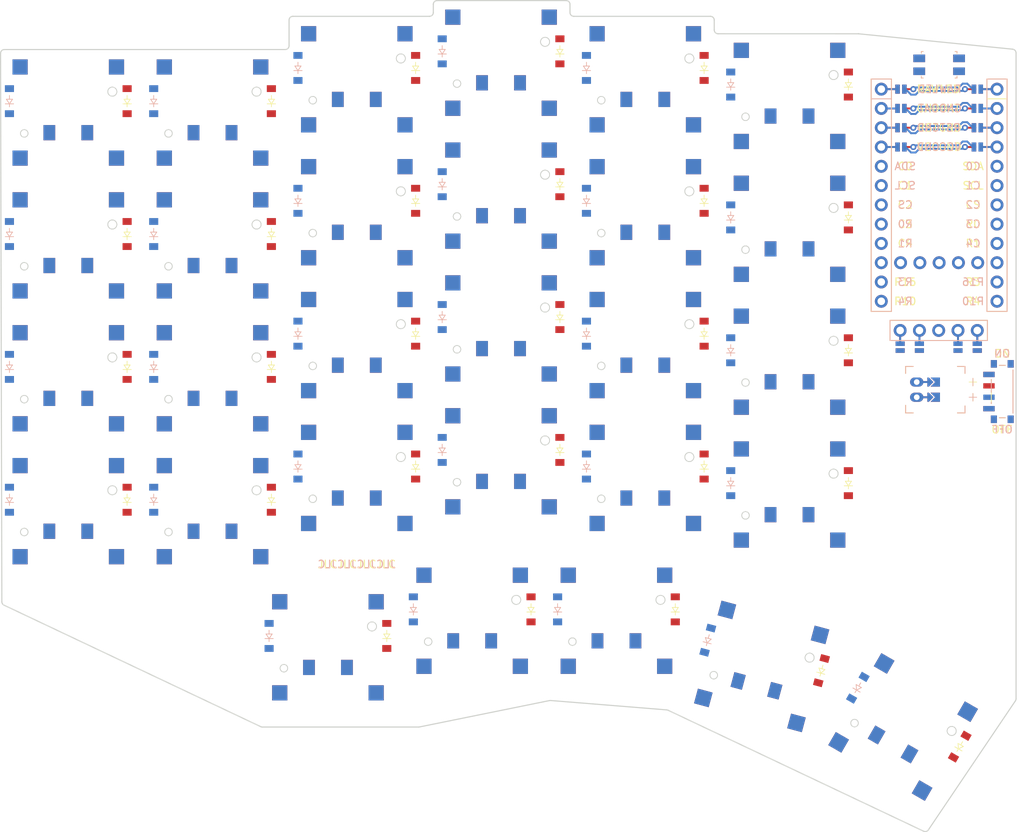
<source format=kicad_pcb>
(kicad_pcb (version 20240108) (generator "ergogen") (generator_version "4.1.0")
  (title_block (title "souffle_wireless") (date "2025-02-11") (rev "0.1") (company "fcoury (adapted from corney-island)"))
  (layers (0 "F.Cu" signal) (31 "B.Cu" signal) (34 "B.Paste" user) (35 "F.Paste" user) (36 "B.SilkS" user "B.Silkscreen") (37 "F.SilkS" user "F.Silkscreen") (38 "B.Mask" user) (39 "F.Mask" user) (44 "Edge.Cuts" user))
  (net 0 "")
  (net 1 "C0")
  (net 2 "outer_bottom_B")
  (net 3 "outer_home_B")
  (net 4 "outer_top_B")
  (net 5 "outer_number_B")
  (net 6 "C1")
  (net 7 "pinky_bottom_B")
  (net 8 "pinky_home_B")
  (net 9 "pinky_top_B")
  (net 10 "pinky_number_B")
  (net 11 "C2")
  (net 12 "ring_bottom_B")
  (net 13 "ring_home_B")
  (net 14 "ring_top_B")
  (net 15 "ring_number_B")
  (net 16 "C3")
  (net 17 "middle_bottom_B")
  (net 18 "middle_home_B")
  (net 19 "middle_top_B")
  (net 20 "middle_number_B")
  (net 21 "C4")
  (net 22 "index_bottom_B")
  (net 23 "index_home_B")
  (net 24 "index_top_B")
  (net 25 "index_number_B")
  (net 26 "C5")
  (net 27 "inner_bottom_B")
  (net 28 "inner_home_B")
  (net 29 "inner_top_B")
  (net 30 "inner_number_B")
  (net 31 "inward_home_B")
  (net 32 "mid_home_B")
  (net 33 "outward_home_B")
  (net 34 "extra_outward_home_B")
  (net 35 "big_outward_home_B")
  (net 36 "R3")
  (net 37 "R2")
  (net 38 "R1")
  (net 39 "R0")
  (net 40 "R4")
  (net 41 "outer_bottom_F")
  (net 42 "outer_home_F")
  (net 43 "outer_top_F")
  (net 44 "outer_number_F")
  (net 45 "pinky_bottom_F")
  (net 46 "pinky_home_F")
  (net 47 "pinky_top_F")
  (net 48 "pinky_number_F")
  (net 49 "ring_bottom_F")
  (net 50 "ring_home_F")
  (net 51 "ring_top_F")
  (net 52 "ring_number_F")
  (net 53 "middle_bottom_F")
  (net 54 "middle_home_F")
  (net 55 "middle_top_F")
  (net 56 "middle_number_F")
  (net 57 "index_bottom_F")
  (net 58 "index_home_F")
  (net 59 "index_top_F")
  (net 60 "index_number_F")
  (net 61 "inner_bottom_F")
  (net 62 "inner_home_F")
  (net 63 "inner_top_F")
  (net 64 "inner_number_F")
  (net 65 "inward_home_F")
  (net 66 "mid_home_F")
  (net 67 "outward_home_F")
  (net 68 "extra_outward_home_F")
  (net 69 "big_outward_home_F")
  (net 70 "RAW")
  (net 71 "GND")
  (net 72 "RST")
  (net 73 "VCC")
  (net 74 "P16")
  (net 75 "P10")
  (net 76 "LED")
  (net 77 "DAT")
  (net 78 "SDA")
  (net 79 "SCL")
  (net 80 "CS")
  (net 81 "P101")
  (net 82 "P102")
  (net 83 "P107")
  (net 84 "MCU1_24")
  (net 85 "MCU1_1")
  (net 86 "MCU1_23")
  (net 87 "MCU1_2")
  (net 88 "MCU1_22")
  (net 89 "MCU1_3")
  (net 90 "MCU1_21")
  (net 91 "MCU1_4")
  (net 92 "MCU1_20")
  (net 93 "MCU1_5")
  (net 94 "MCU1_19")
  (net 95 "MCU1_6")
  (net 96 "MCU1_18")
  (net 97 "MCU1_7")
  (net 98 "MCU1_17")
  (net 99 "MCU1_8")
  (net 100 "MCU1_16")
  (net 101 "MCU1_9")
  (net 102 "MCU1_15")
  (net 103 "MCU1_10")
  (net 104 "MCU1_14")
  (net 105 "MCU1_11")
  (net 106 "MCU1_13")
  (net 107 "MCU1_12")
  (net 108 "DISP1_1")
  (net 109 "DISP1_2")
  (net 110 "DISP1_4")
  (net 111 "DISP1_5")
  (net 112 "BAT_P")
  (net 113 "JST1_1")
  (net 114 "JST1_2")
  (footprint "ceoloide:mounting_hole_npth" (layer "F.Cu") (at 109.5 56.25 0)
    (property "Reference" "MH1" hide)
  )
  (footprint "ceoloide:mounting_hole_npth" (layer "F.Cu") (at 109.5 91.25 0)
    (property "Reference" "MH2" hide)
  )
  (footprint "ceoloide:mounting_hole_npth" (layer "F.Cu") (at 185.068 51.8235 0)
    (property "Reference" "MH3" hide)
  )
  (footprint "ceoloide:mounting_hole_npth" (layer "F.Cu") (at 185.068 86.8235 0)
    (property "Reference" "MH4" hide)
  )
  (footprint "ceoloide:mounting_hole_npth" (layer "F.Cu") (at 120.35699999999999 111.365 0)
    (property "Reference" "MH5" hide)
  )
  (footprint "CPG1316S01D02_mikeholscher" (layer "B.Cu") (at 100 100 0)
    (property "Reference" "S1" hide)
    (fp_circle (center -5.8 2.75) (end -5.3 2.75) (stroke (width 0.1)) (fill none) (layer "Edge.Cuts"))
    (fp_circle (center 5.8 -2.75) (end 6.4 -2.75) (stroke (width 0.1)) (fill none) (layer "Edge.Cuts"))
  )
  (footprint "CPG1316S01D02_mikeholscher" (layer "B.Cu") (at 100 82.5 0)
    (property "Reference" "S2" hide)
    (fp_circle (center -5.8 2.75) (end -5.3 2.75) (stroke (width 0.1)) (fill none) (layer "Edge.Cuts"))
    (fp_circle (center 5.8 -2.75) (end 6.4 -2.75) (stroke (width 0.1)) (fill none) (layer "Edge.Cuts"))
  )
  (footprint "CPG1316S01D02_mikeholscher" (layer "B.Cu") (at 100 65 0)
    (property "Reference" "S3" hide)
    (fp_circle (center -5.8 2.75) (end -5.3 2.75) (stroke (width 0.1)) (fill none) (layer "Edge.Cuts"))
    (fp_circle (center 5.8 -2.75) (end 6.4 -2.75) (stroke (width 0.1)) (fill none) (layer "Edge.Cuts"))
  )
  (footprint "CPG1316S01D02_mikeholscher" (layer "B.Cu") (at 100 47.5 0)
    (property "Reference" "S4" hide)
    (fp_circle (center -5.8 2.75) (end -5.3 2.75) (stroke (width 0.1)) (fill none) (layer "Edge.Cuts"))
    (fp_circle (center 5.8 -2.75) (end 6.4 -2.75) (stroke (width 0.1)) (fill none) (layer "Edge.Cuts"))
  )
  (footprint "CPG1316S01D02_mikeholscher" (layer "B.Cu") (at 119 100 0)
    (property "Reference" "S5" hide)
    (fp_circle (center -5.8 2.75) (end -5.3 2.75) (stroke (width 0.1)) (fill none) (layer "Edge.Cuts"))
    (fp_circle (center 5.8 -2.75) (end 6.4 -2.75) (stroke (width 0.1)) (fill none) (layer "Edge.Cuts"))
  )
  (footprint "CPG1316S01D02_mikeholscher" (layer "B.Cu") (at 119 82.5 0)
    (property "Reference" "S6" hide)
    (fp_circle (center -5.8 2.75) (end -5.3 2.75) (stroke (width 0.1)) (fill none) (layer "Edge.Cuts"))
    (fp_circle (center 5.8 -2.75) (end 6.4 -2.75) (stroke (width 0.1)) (fill none) (layer "Edge.Cuts"))
  )
  (footprint "CPG1316S01D02_mikeholscher" (layer "B.Cu") (at 119 65 0)
    (property "Reference" "S7" hide)
    (fp_circle (center -5.8 2.75) (end -5.3 2.75) (stroke (width 0.1)) (fill none) (layer "Edge.Cuts"))
    (fp_circle (center 5.8 -2.75) (end 6.4 -2.75) (stroke (width 0.1)) (fill none) (layer "Edge.Cuts"))
  )
  (footprint "CPG1316S01D02_mikeholscher" (layer "B.Cu") (at 119 47.5 0)
    (property "Reference" "S8" hide)
    (fp_circle (center -5.8 2.75) (end -5.3 2.75) (stroke (width 0.1)) (fill none) (layer "Edge.Cuts"))
    (fp_circle (center 5.8 -2.75) (end 6.4 -2.75) (stroke (width 0.1)) (fill none) (layer "Edge.Cuts"))
  )
  (footprint "CPG1316S01D02_mikeholscher" (layer "B.Cu") (at 138 95.625 0)
    (property "Reference" "S9" hide)
    (fp_circle (center -5.8 2.75) (end -5.3 2.75) (stroke (width 0.1)) (fill none) (layer "Edge.Cuts"))
    (fp_circle (center 5.8 -2.75) (end 6.4 -2.75) (stroke (width 0.1)) (fill none) (layer "Edge.Cuts"))
  )
  (footprint "CPG1316S01D02_mikeholscher" (layer "B.Cu") (at 138 78.125 0)
    (property "Reference" "S10" hide)
    (fp_circle (center -5.8 2.75) (end -5.3 2.75) (stroke (width 0.1)) (fill none) (layer "Edge.Cuts"))
    (fp_circle (center 5.8 -2.75) (end 6.4 -2.75) (stroke (width 0.1)) (fill none) (layer "Edge.Cuts"))
  )
  (footprint "CPG1316S01D02_mikeholscher" (layer "B.Cu") (at 138 60.625 0)
    (property "Reference" "S11" hide)
    (fp_circle (center -5.8 2.75) (end -5.3 2.75) (stroke (width 0.1)) (fill none) (layer "Edge.Cuts"))
    (fp_circle (center 5.8 -2.75) (end 6.4 -2.75) (stroke (width 0.1)) (fill none) (layer "Edge.Cuts"))
  )
  (footprint "CPG1316S01D02_mikeholscher" (layer "B.Cu") (at 138 43.125 0)
    (property "Reference" "S12" hide)
    (fp_circle (center -5.8 2.75) (end -5.3 2.75) (stroke (width 0.1)) (fill none) (layer "Edge.Cuts"))
    (fp_circle (center 5.8 -2.75) (end 6.4 -2.75) (stroke (width 0.1)) (fill none) (layer "Edge.Cuts"))
  )
  (footprint "CPG1316S01D02_mikeholscher" (layer "B.Cu") (at 157 93.4375 0)
    (property "Reference" "S13" hide)
    (fp_circle (center -5.8 2.75) (end -5.3 2.75) (stroke (width 0.1)) (fill none) (layer "Edge.Cuts"))
    (fp_circle (center 5.8 -2.75) (end 6.4 -2.75) (stroke (width 0.1)) (fill none) (layer "Edge.Cuts"))
  )
  (footprint "CPG1316S01D02_mikeholscher" (layer "B.Cu") (at 157 75.9375 0)
    (property "Reference" "S14" hide)
    (fp_circle (center -5.8 2.75) (end -5.3 2.75) (stroke (width 0.1)) (fill none) (layer "Edge.Cuts"))
    (fp_circle (center 5.8 -2.75) (end 6.4 -2.75) (stroke (width 0.1)) (fill none) (layer "Edge.Cuts"))
  )
  (footprint "CPG1316S01D02_mikeholscher" (layer "B.Cu") (at 157 58.4375 0)
    (property "Reference" "S15" hide)
    (fp_circle (center -5.8 2.75) (end -5.3 2.75) (stroke (width 0.1)) (fill none) (layer "Edge.Cuts"))
    (fp_circle (center 5.8 -2.75) (end 6.4 -2.75) (stroke (width 0.1)) (fill none) (layer "Edge.Cuts"))
  )
  (footprint "CPG1316S01D02_mikeholscher" (layer "B.Cu") (at 157 40.9375 0)
    (property "Reference" "S16" hide)
    (fp_circle (center -5.8 2.75) (end -5.3 2.75) (stroke (width 0.1)) (fill none) (layer "Edge.Cuts"))
    (fp_circle (center 5.8 -2.75) (end 6.4 -2.75) (stroke (width 0.1)) (fill none) (layer "Edge.Cuts"))
  )
  (footprint "CPG1316S01D02_mikeholscher" (layer "B.Cu") (at 176 95.625 0)
    (property "Reference" "S17" hide)
    (fp_circle (center -5.8 2.75) (end -5.3 2.75) (stroke (width 0.1)) (fill none) (layer "Edge.Cuts"))
    (fp_circle (center 5.8 -2.75) (end 6.4 -2.75) (stroke (width 0.1)) (fill none) (layer "Edge.Cuts"))
  )
  (footprint "CPG1316S01D02_mikeholscher" (layer "B.Cu") (at 176 78.125 0)
    (property "Reference" "S18" hide)
    (fp_circle (center -5.8 2.75) (end -5.3 2.75) (stroke (width 0.1)) (fill none) (layer "Edge.Cuts"))
    (fp_circle (center 5.8 -2.75) (end 6.4 -2.75) (stroke (width 0.1)) (fill none) (layer "Edge.Cuts"))
  )
  (footprint "CPG1316S01D02_mikeholscher" (layer "B.Cu") (at 176 60.625 0)
    (property "Reference" "S19" hide)
    (fp_circle (center -5.8 2.75) (end -5.3 2.75) (stroke (width 0.1)) (fill none) (layer "Edge.Cuts"))
    (fp_circle (center 5.8 -2.75) (end 6.4 -2.75) (stroke (width 0.1)) (fill none) (layer "Edge.Cuts"))
  )
  (footprint "CPG1316S01D02_mikeholscher" (layer "B.Cu") (at 176 43.125 0)
    (property "Reference" "S20" hide)
    (fp_circle (center -5.8 2.75) (end -5.3 2.75) (stroke (width 0.1)) (fill none) (layer "Edge.Cuts"))
    (fp_circle (center 5.8 -2.75) (end 6.4 -2.75) (stroke (width 0.1)) (fill none) (layer "Edge.Cuts"))
  )
  (footprint "CPG1316S01D02_mikeholscher" (layer "B.Cu") (at 195 97.8125 0)
    (property "Reference" "S21" hide)
    (fp_circle (center -5.8 2.75) (end -5.3 2.75) (stroke (width 0.1)) (fill none) (layer "Edge.Cuts"))
    (fp_circle (center 5.8 -2.75) (end 6.4 -2.75) (stroke (width 0.1)) (fill none) (layer "Edge.Cuts"))
  )
  (footprint "CPG1316S01D02_mikeholscher" (layer "B.Cu") (at 195 80.3125 0)
    (property "Reference" "S22" hide)
    (fp_circle (center -5.8 2.75) (end -5.3 2.75) (stroke (width 0.1)) (fill none) (layer "Edge.Cuts"))
    (fp_circle (center 5.8 -2.75) (end 6.4 -2.75) (stroke (width 0.1)) (fill none) (layer "Edge.Cuts"))
  )
  (footprint "CPG1316S01D02_mikeholscher" (layer "B.Cu") (at 195 62.8125 0)
    (property "Reference" "S23" hide)
    (fp_circle (center -5.8 2.75) (end -5.3 2.75) (stroke (width 0.1)) (fill none) (layer "Edge.Cuts"))
    (fp_circle (center 5.8 -2.75) (end 6.4 -2.75) (stroke (width 0.1)) (fill none) (layer "Edge.Cuts"))
  )
  (footprint "CPG1316S01D02_mikeholscher" (layer "B.Cu") (at 195 45.3125 0)
    (property "Reference" "S24" hide)
    (fp_circle (center -5.8 2.75) (end -5.3 2.75) (stroke (width 0.1)) (fill none) (layer "Edge.Cuts"))
    (fp_circle (center 5.8 -2.75) (end 6.4 -2.75) (stroke (width 0.1)) (fill none) (layer "Edge.Cuts"))
  )
  (footprint "CPG1316S01D02_mikeholscher" (layer "B.Cu") (at 134.2 117.9375 0)
    (property "Reference" "S25" hide)
    (fp_circle (center -5.8 2.75) (end -5.3 2.75) (stroke (width 0.1)) (fill none) (layer "Edge.Cuts"))
    (fp_circle (center 5.8 -2.75) (end 6.4 -2.75) (stroke (width 0.1)) (fill none) (layer "Edge.Cuts"))
  )
  (footprint "CPG1316S01D02_mikeholscher" (layer "B.Cu") (at 153.2 114.4375 0)
    (property "Reference" "S26" hide)
    (fp_circle (center -5.8 2.75) (end -5.3 2.75) (stroke (width 0.1)) (fill none) (layer "Edge.Cuts"))
    (fp_circle (center 5.8 -2.75) (end 6.4 -2.75) (stroke (width 0.1)) (fill none) (layer "Edge.Cuts"))
  )
  (footprint "CPG1316S01D02_mikeholscher" (layer "B.Cu") (at 172.2 114.4375 0)
    (property "Reference" "S27" hide)
    (fp_circle (center -5.8 2.75) (end -5.3 2.75) (stroke (width 0.1)) (fill none) (layer "Edge.Cuts"))
    (fp_circle (center 5.8 -2.75) (end 6.4 -2.75) (stroke (width 0.1)) (fill none) (layer "Edge.Cuts"))
  )
  (footprint "CPG1316S01D02_mikeholscher" (layer "B.Cu") (at 191.3294819 120.4539876 -15)
    (property "Reference" "S28" hide)
    (fp_circle (center -5.8 2.75) (end -5.3 2.75) (stroke (width 0.1)) (fill none) (layer "Edge.Cuts"))
    (fp_circle (center 5.8 -2.75) (end 6.4 -2.75) (stroke (width 0.1)) (fill none) (layer "Edge.Cuts"))
  )
  (footprint "CPG1316S01D02_mikeholscher" (layer "B.Cu") (at 209.9571424 128.4361508 -30)
    (property "Reference" "S29" hide)
    (fp_circle (center -5.8 2.75) (end -5.3 2.75) (stroke (width 0.1)) (fill none) (layer "Edge.Cuts"))
    (fp_circle (center 5.8 -2.75) (end 6.4 -2.75) (stroke (width 0.1)) (fill none) (layer "Edge.Cuts"))
  )
  (footprint "ceoloide:diode_tht_sod123" (layer "B.Cu") (at 92.25 98.5 90)
    (property "Reference" "D1" hide)
  )
  (footprint "ceoloide:diode_tht_sod123" (layer "B.Cu") (at 92.25 81 90)
    (property "Reference" "D2" hide)
  )
  (footprint "ceoloide:diode_tht_sod123" (layer "B.Cu") (at 92.25 63.5 90)
    (property "Reference" "D3" hide)
  )
  (footprint "ceoloide:diode_tht_sod123" (layer "B.Cu") (at 92.25 46 90)
    (property "Reference" "D4" hide)
  )
  (footprint "ceoloide:diode_tht_sod123" (layer "B.Cu") (at 111.25 98.5 90)
    (property "Reference" "D5" hide)
  )
  (footprint "ceoloide:diode_tht_sod123" (layer "B.Cu") (at 111.25 81 90)
    (property "Reference" "D6" hide)
  )
  (footprint "ceoloide:diode_tht_sod123" (layer "B.Cu") (at 111.25 63.5 90)
    (property "Reference" "D7" hide)
  )
  (footprint "ceoloide:diode_tht_sod123" (layer "B.Cu") (at 111.25 46 90)
    (property "Reference" "D8" hide)
  )
  (footprint "ceoloide:diode_tht_sod123" (layer "B.Cu") (at 130.25 94.125 90)
    (property "Reference" "D9" hide)
  )
  (footprint "ceoloide:diode_tht_sod123" (layer "B.Cu") (at 130.25 76.625 90)
    (property "Reference" "D10" hide)
  )
  (footprint "ceoloide:diode_tht_sod123" (layer "B.Cu") (at 130.25 59.125 90)
    (property "Reference" "D11" hide)
  )
  (footprint "ceoloide:diode_tht_sod123" (layer "B.Cu") (at 130.25 41.625 90)
    (property "Reference" "D12" hide)
  )
  (footprint "ceoloide:diode_tht_sod123" (layer "B.Cu") (at 149.25 91.9375 90)
    (property "Reference" "D13" hide)
  )
  (footprint "ceoloide:diode_tht_sod123" (layer "B.Cu") (at 149.25 74.4375 90)
    (property "Reference" "D14" hide)
  )
  (footprint "ceoloide:diode_tht_sod123" (layer "B.Cu") (at 149.25 56.9375 90)
    (property "Reference" "D15" hide)
  )
  (footprint "ceoloide:diode_tht_sod123" (layer "B.Cu") (at 149.25 39.4375 90)
    (property "Reference" "D16" hide)
  )
  (footprint "ceoloide:diode_tht_sod123" (layer "B.Cu") (at 168.25 94.125 90)
    (property "Reference" "D17" hide)
  )
  (footprint "ceoloide:diode_tht_sod123" (layer "B.Cu") (at 168.25 76.625 90)
    (property "Reference" "D18" hide)
  )
  (footprint "ceoloide:diode_tht_sod123" (layer "B.Cu") (at 168.25 59.125 90)
    (property "Reference" "D19" hide)
  )
  (footprint "ceoloide:diode_tht_sod123" (layer "B.Cu") (at 168.25 41.625 90)
    (property "Reference" "D20" hide)
  )
  (footprint "ceoloide:diode_tht_sod123" (layer "B.Cu") (at 187.25 96.3125 90)
    (property "Reference" "D21" hide)
  )
  (footprint "ceoloide:diode_tht_sod123" (layer "B.Cu") (at 187.25 78.8125 90)
    (property "Reference" "D22" hide)
  )
  (footprint "ceoloide:diode_tht_sod123" (layer "B.Cu") (at 187.25 61.3125 90)
    (property "Reference" "D23" hide)
  )
  (footprint "ceoloide:diode_tht_sod123" (layer "B.Cu") (at 187.25 43.8125 90)
    (property "Reference" "D24" hide)
  )
  (footprint "ceoloide:diode_tht_sod123" (layer "B.Cu") (at 126.44999999999999 116.4375 90)
    (property "Reference" "D25" hide)
  )
  (footprint "ceoloide:diode_tht_sod123" (layer "B.Cu") (at 145.45 112.9375 90)
    (property "Reference" "D26" hide)
  )
  (footprint "ceoloide:diode_tht_sod123" (layer "B.Cu") (at 164.45 112.9375 90)
    (property "Reference" "D27" hide)
  )
  (footprint "ceoloide:diode_tht_sod123" (layer "B.Cu") (at 184.23178529999998 116.99925130000001 75)
    (property "Reference" "D28" hide)
  )
  (footprint "ceoloide:diode_tht_sod123" (layer "B.Cu") (at 203.99544550000002 123.2621127 60)
    (property "Reference" "D29" hide)
  )
  (footprint "CPG1316S01D02_mikeholscher" (layer "F.Cu") (at 100 100 0)
    (property "Reference" "S30" hide)
    (fp_circle (center -5.8 2.75) (end -5.3 2.75) (stroke (width 0.1)) (fill none) (layer "Edge.Cuts"))
    (fp_circle (center 5.8 -2.75) (end 6.4 -2.75) (stroke (width 0.1)) (fill none) (layer "Edge.Cuts"))
  )
  (footprint "CPG1316S01D02_mikeholscher" (layer "F.Cu") (at 100 82.5 0)
    (property "Reference" "S31" hide)
    (fp_circle (center -5.8 2.75) (end -5.3 2.75) (stroke (width 0.1)) (fill none) (layer "Edge.Cuts"))
    (fp_circle (center 5.8 -2.75) (end 6.4 -2.75) (stroke (width 0.1)) (fill none) (layer "Edge.Cuts"))
  )
  (footprint "CPG1316S01D02_mikeholscher" (layer "F.Cu") (at 100 65 0)
    (property "Reference" "S32" hide)
    (fp_circle (center -5.8 2.75) (end -5.3 2.75) (stroke (width 0.1)) (fill none) (layer "Edge.Cuts"))
    (fp_circle (center 5.8 -2.75) (end 6.4 -2.75) (stroke (width 0.1)) (fill none) (layer "Edge.Cuts"))
  )
  (footprint "CPG1316S01D02_mikeholscher" (layer "F.Cu") (at 100 47.5 0)
    (property "Reference" "S33" hide)
    (fp_circle (center -5.8 2.75) (end -5.3 2.75) (stroke (width 0.1)) (fill none) (layer "Edge.Cuts"))
    (fp_circle (center 5.8 -2.75) (end 6.4 -2.75) (stroke (width 0.1)) (fill none) (layer "Edge.Cuts"))
  )
  (footprint "CPG1316S01D02_mikeholscher" (layer "F.Cu") (at 119 100 0)
    (property "Reference" "S34" hide)
    (fp_circle (center -5.8 2.75) (end -5.3 2.75) (stroke (width 0.1)) (fill none) (layer "Edge.Cuts"))
    (fp_circle (center 5.8 -2.75) (end 6.4 -2.75) (stroke (width 0.1)) (fill none) (layer "Edge.Cuts"))
  )
  (footprint "CPG1316S01D02_mikeholscher" (layer "F.Cu") (at 119 82.5 0)
    (property "Reference" "S35" hide)
    (fp_circle (center -5.8 2.75) (end -5.3 2.75) (stroke (width 0.1)) (fill none) (layer "Edge.Cuts"))
    (fp_circle (center 5.8 -2.75) (end 6.4 -2.75) (stroke (width 0.1)) (fill none) (layer "Edge.Cuts"))
  )
  (footprint "CPG1316S01D02_mikeholscher" (layer "F.Cu") (at 119 65 0)
    (property "Reference" "S36" hide)
    (fp_circle (center -5.8 2.75) (end -5.3 2.75) (stroke (width 0.1)) (fill none) (layer "Edge.Cuts"))
    (fp_circle (center 5.8 -2.75) (end 6.4 -2.75) (stroke (width 0.1)) (fill none) (layer "Edge.Cuts"))
  )
  (footprint "CPG1316S01D02_mikeholscher" (layer "F.Cu") (at 119 47.5 0)
    (property "Reference" "S37" hide)
    (fp_circle (center -5.8 2.75) (end -5.3 2.75) (stroke (width 0.1)) (fill none) (layer "Edge.Cuts"))
    (fp_circle (center 5.8 -2.75) (end 6.4 -2.75) (stroke (width 0.1)) (fill none) (layer "Edge.Cuts"))
  )
  (footprint "CPG1316S01D02_mikeholscher" (layer "F.Cu") (at 138 95.625 0)
    (property "Reference" "S38" hide)
    (fp_circle (center -5.8 2.75) (end -5.3 2.75) (stroke (width 0.1)) (fill none) (layer "Edge.Cuts"))
    (fp_circle (center 5.8 -2.75) (end 6.4 -2.75) (stroke (width 0.1)) (fill none) (layer "Edge.Cuts"))
  )
  (footprint "CPG1316S01D02_mikeholscher" (layer "F.Cu") (at 138 78.125 0)
    (property "Reference" "S39" hide)
    (fp_circle (center -5.8 2.75) (end -5.3 2.75) (stroke (width 0.1)) (fill none) (layer "Edge.Cuts"))
    (fp_circle (center 5.8 -2.75) (end 6.4 -2.75) (stroke (width 0.1)) (fill none) (layer "Edge.Cuts"))
  )
  (footprint "CPG1316S01D02_mikeholscher" (layer "F.Cu") (at 138 60.625 0)
    (property "Reference" "S40" hide)
    (fp_circle (center -5.8 2.75) (end -5.3 2.75) (stroke (width 0.1)) (fill none) (layer "Edge.Cuts"))
    (fp_circle (center 5.8 -2.75) (end 6.4 -2.75) (stroke (width 0.1)) (fill none) (layer "Edge.Cuts"))
  )
  (footprint "CPG1316S01D02_mikeholscher" (layer "F.Cu") (at 138 43.125 0)
    (property "Reference" "S41" hide)
    (fp_circle (center -5.8 2.75) (end -5.3 2.75) (stroke (width 0.1)) (fill none) (layer "Edge.Cuts"))
    (fp_circle (center 5.8 -2.75) (end 6.4 -2.75) (stroke (width 0.1)) (fill none) (layer "Edge.Cuts"))
  )
  (footprint "CPG1316S01D02_mikeholscher" (layer "F.Cu") (at 157 93.4375 0)
    (property "Reference" "S42" hide)
    (fp_circle (center -5.8 2.75) (end -5.3 2.75) (stroke (width 0.1)) (fill none) (layer "Edge.Cuts"))
    (fp_circle (center 5.8 -2.75) (end 6.4 -2.75) (stroke (width 0.1)) (fill none) (layer "Edge.Cuts"))
  )
  (footprint "CPG1316S01D02_mikeholscher" (layer "F.Cu") (at 157 75.9375 0)
    (property "Reference" "S43" hide)
    (fp_circle (center -5.8 2.75) (end -5.3 2.75) (stroke (width 0.1)) (fill none) (layer "Edge.Cuts"))
    (fp_circle (center 5.8 -2.75) (end 6.4 -2.75) (stroke (width 0.1)) (fill none) (layer "Edge.Cuts"))
  )
  (footprint "CPG1316S01D02_mikeholscher" (layer "F.Cu") (at 157 58.4375 0)
    (property "Reference" "S44" hide)
    (fp_circle (center -5.8 2.75) (end -5.3 2.75) (stroke (width 0.1)) (fill none) (layer "Edge.Cuts"))
    (fp_circle (center 5.8 -2.75) (end 6.4 -2.75) (stroke (width 0.1)) (fill none) (layer "Edge.Cuts"))
  )
  (footprint "CPG1316S01D02_mikeholscher" (layer "F.Cu") (at 157 40.9375 0)
    (property "Reference" "S45" hide)
    (fp_circle (center -5.8 2.75) (end -5.3 2.75) (stroke (width 0.1)) (fill none) (layer "Edge.Cuts"))
    (fp_circle (center 5.8 -2.75) (end 6.4 -2.75) (stroke (width 0.1)) (fill none) (layer "Edge.Cuts"))
  )
  (footprint "CPG1316S01D02_mikeholscher" (layer "F.Cu") (at 176 95.625 0)
    (property "Reference" "S46" hide)
    (fp_circle (center -5.8 2.75) (end -5.3 2.75) (stroke (width 0.1)) (fill none) (layer "Edge.Cuts"))
    (fp_circle (center 5.8 -2.75) (end 6.4 -2.75) (stroke (width 0.1)) (fill none) (layer "Edge.Cuts"))
  )
  (footprint "CPG1316S01D02_mikeholscher" (layer "F.Cu") (at 176 78.125 0)
    (property "Reference" "S47" hide)
    (fp_circle (center -5.8 2.75) (end -5.3 2.75) (stroke (width 0.1)) (fill none) (layer "Edge.Cuts"))
    (fp_circle (center 5.8 -2.75) (end 6.4 -2.75) (stroke (width 0.1)) (fill none) (layer "Edge.Cuts"))
  )
  (footprint "CPG1316S01D02_mikeholscher" (layer "F.Cu") (at 176 60.625 0)
    (property "Reference" "S48" hide)
    (fp_circle (center -5.8 2.75) (end -5.3 2.75) (stroke (width 0.1)) (fill none) (layer "Edge.Cuts"))
    (fp_circle (center 5.8 -2.75) (end 6.4 -2.75) (stroke (width 0.1)) (fill none) (layer "Edge.Cuts"))
  )
  (footprint "CPG1316S01D02_mikeholscher" (layer "F.Cu") (at 176 43.125 0)
    (property "Reference" "S49" hide)
    (fp_circle (center -5.8 2.75) (end -5.3 2.75) (stroke (width 0.1)) (fill none) (layer "Edge.Cuts"))
    (fp_circle (center 5.8 -2.75) (end 6.4 -2.75) (stroke (width 0.1)) (fill none) (layer "Edge.Cuts"))
  )
  (footprint "CPG1316S01D02_mikeholscher" (layer "F.Cu") (at 195 97.8125 0)
    (property "Reference" "S50" hide)
    (fp_circle (center -5.8 2.75) (end -5.3 2.75) (stroke (width 0.1)) (fill none) (layer "Edge.Cuts"))
    (fp_circle (center 5.8 -2.75) (end 6.4 -2.75) (stroke (width 0.1)) (fill none) (layer "Edge.Cuts"))
  )
  (footprint "CPG1316S01D02_mikeholscher" (layer "F.Cu") (at 195 80.3125 0)
    (property "Reference" "S51" hide)
    (fp_circle (center -5.8 2.75) (end -5.3 2.75) (stroke (width 0.1)) (fill none) (layer "Edge.Cuts"))
    (fp_circle (center 5.8 -2.75) (end 6.4 -2.75) (stroke (width 0.1)) (fill none) (layer "Edge.Cuts"))
  )
  (footprint "CPG1316S01D02_mikeholscher" (layer "F.Cu") (at 195 62.8125 0)
    (property "Reference" "S52" hide)
    (fp_circle (center -5.8 2.75) (end -5.3 2.75) (stroke (width 0.1)) (fill none) (layer "Edge.Cuts"))
    (fp_circle (center 5.8 -2.75) (end 6.4 -2.75) (stroke (width 0.1)) (fill none) (layer "Edge.Cuts"))
  )
  (footprint "CPG1316S01D02_mikeholscher" (layer "F.Cu") (at 195 45.3125 0)
    (property "Reference" "S53" hide)
    (fp_circle (center -5.8 2.75) (end -5.3 2.75) (stroke (width 0.1)) (fill none) (layer "Edge.Cuts"))
    (fp_circle (center 5.8 -2.75) (end 6.4 -2.75) (stroke (width 0.1)) (fill none) (layer "Edge.Cuts"))
  )
  (footprint "CPG1316S01D02_mikeholscher" (layer "F.Cu") (at 134.2 117.9375 0)
    (property "Reference" "S54" hide)
    (fp_circle (center -5.8 2.75) (end -5.3 2.75) (stroke (width 0.1)) (fill none) (layer "Edge.Cuts"))
    (fp_circle (center 5.8 -2.75) (end 6.4 -2.75) (stroke (width 0.1)) (fill none) (layer "Edge.Cuts"))
  )
  (footprint "CPG1316S01D02_mikeholscher" (layer "F.Cu") (at 153.2 114.4375 0)
    (property "Reference" "S55" hide)
    (fp_circle (center -5.8 2.75) (end -5.3 2.75) (stroke (width 0.1)) (fill none) (layer "Edge.Cuts"))
    (fp_circle (center 5.8 -2.75) (end 6.4 -2.75) (stroke (width 0.1)) (fill none) (layer "Edge.Cuts"))
  )
  (footprint "CPG1316S01D02_mikeholscher" (layer "F.Cu") (at 172.2 114.4375 0)
    (property "Reference" "S56" hide)
    (fp_circle (center -5.8 2.75) (end -5.3 2.75) (stroke (width 0.1)) (fill none) (layer "Edge.Cuts"))
    (fp_circle (center 5.8 -2.75) (end 6.4 -2.75) (stroke (width 0.1)) (fill none) (layer "Edge.Cuts"))
  )
  (footprint "CPG1316S01D02_mikeholscher" (layer "F.Cu") (at 191.3294819 120.4539876 -15)
    (property "Reference" "S57" hide)
    (fp_circle (center -5.8 2.75) (end -5.3 2.75) (stroke (width 0.1)) (fill none) (layer "Edge.Cuts"))
    (fp_circle (center 5.8 -2.75) (end 6.4 -2.75) (stroke (width 0.1)) (fill none) (layer "Edge.Cuts"))
  )
  (footprint "CPG1316S01D02_mikeholscher" (layer "F.Cu") (at 209.9571424 128.4361508 -30)
    (property "Reference" "S58" hide)
    (fp_circle (center -5.8 2.75) (end -5.3 2.75) (stroke (width 0.1)) (fill none) (layer "Edge.Cuts"))
    (fp_circle (center 5.8 -2.75) (end 6.4 -2.75) (stroke (width 0.1)) (fill none) (layer "Edge.Cuts"))
  )
  (footprint "ceoloide:diode_tht_sod123" (layer "F.Cu") (at 107.75 98.5 90)
    (property "Reference" "D30" hide)
  )
  (footprint "ceoloide:diode_tht_sod123" (layer "F.Cu") (at 107.75 81 90)
    (property "Reference" "D31" hide)
  )
  (footprint "ceoloide:diode_tht_sod123" (layer "F.Cu") (at 107.75 63.5 90)
    (property "Reference" "D32" hide)
  )
  (footprint "ceoloide:diode_tht_sod123" (layer "F.Cu") (at 107.75 46 90)
    (property "Reference" "D33" hide)
  )
  (footprint "ceoloide:diode_tht_sod123" (layer "F.Cu") (at 126.75 98.5 90)
    (property "Reference" "D34" hide)
  )
  (footprint "ceoloide:diode_tht_sod123" (layer "F.Cu") (at 126.75 81 90)
    (property "Reference" "D35" hide)
  )
  (footprint "ceoloide:diode_tht_sod123" (layer "F.Cu") (at 126.75 63.5 90)
    (property "Reference" "D36" hide)
  )
  (footprint "ceoloide:diode_tht_sod123" (layer "F.Cu") (at 126.75 46 90)
    (property "Reference" "D37" hide)
  )
  (footprint "ceoloide:diode_tht_sod123" (layer "F.Cu") (at 145.75 94.125 90)
    (property "Reference" "D38" hide)
  )
  (footprint "ceoloide:diode_tht_sod123" (layer "F.Cu") (at 145.75 76.625 90)
    (property "Reference" "D39" hide)
  )
  (footprint "ceoloide:diode_tht_sod123" (layer "F.Cu") (at 145.75 59.125 90)
    (property "Reference" "D40" hide)
  )
  (footprint "ceoloide:diode_tht_sod123" (layer "F.Cu") (at 145.75 41.625 90)
    (property "Reference" "D41" hide)
  )
  (footprint "ceoloide:diode_tht_sod123" (layer "F.Cu") (at 164.75 91.9375 90)
    (property "Reference" "D42" hide)
  )
  (footprint "ceoloide:diode_tht_sod123" (layer "F.Cu") (at 164.75 74.4375 90)
    (property "Reference" "D43" hide)
  )
  (footprint "ceoloide:diode_tht_sod123" (layer "F.Cu") (at 164.75 56.9375 90)
    (property "Reference" "D44" hide)
  )
  (footprint "ceoloide:diode_tht_sod123" (layer "F.Cu") (at 164.75 39.4375 90)
    (property "Reference" "D45" hide)
  )
  (footprint "ceoloide:diode_tht_sod123" (layer "F.Cu") (at 183.75 94.125 90)
    (property "Reference" "D46" hide)
  )
  (footprint "ceoloide:diode_tht_sod123" (layer "F.Cu") (at 183.75 76.625 90)
    (property "Reference" "D47" hide)
  )
  (footprint "ceoloide:diode_tht_sod123" (layer "F.Cu") (at 183.75 59.125 90)
    (property "Reference" "D48" hide)
  )
  (footprint "ceoloide:diode_tht_sod123" (layer "F.Cu") (at 183.75 41.625 90)
    (property "Reference" "D49" hide)
  )
  (footprint "ceoloide:diode_tht_sod123" (layer "F.Cu") (at 202.75 96.3125 90)
    (property "Reference" "D50" hide)
  )
  (footprint "ceoloide:diode_tht_sod123" (layer "F.Cu") (at 202.75 78.8125 90)
    (property "Reference" "D51" hide)
  )
  (footprint "ceoloide:diode_tht_sod123" (layer "F.Cu") (at 202.75 61.3125 90)
    (property "Reference" "D52" hide)
  )
  (footprint "ceoloide:diode_tht_sod123" (layer "F.Cu") (at 202.75 43.8125 90)
    (property "Reference" "D53" hide)
  )
  (footprint "ceoloide:diode_tht_sod123" (layer "F.Cu") (at 141.95 116.4375 90)
    (property "Reference" "D54" hide)
  )
  (footprint "ceoloide:diode_tht_sod123" (layer "F.Cu") (at 160.95 112.9375 90)
    (property "Reference" "D55" hide)
  )
  (footprint "ceoloide:diode_tht_sod123" (layer "F.Cu") (at 179.95 112.9375 90)
    (property "Reference" "D56" hide)
  )
  (footprint "ceoloide:diode_tht_sod123" (layer "F.Cu") (at 199.20363559999998 121.0109465 75)
    (property "Reference" "D57" hide)
  )
  (footprint "ceoloide:diode_tht_sod123" (layer "F.Cu") (at 217.4188393 131.01211270000002 60)
    (property "Reference" "D58" hide)
  )
  (footprint "ceoloide:mcu_nice_nano" (layer "F.Cu") (at 214.704 57.12 0)
    (property "Reference" "MCU1" hide)
  )
  (segment (start 219.28400000000002 44.42) (end 218.104 44.42) (width 0.25) (layer "F.Cu"))
  (segment (start 210.124 44.42) (end 211.304 44.42) (width 0.25) (layer "F.Cu"))
  (segment (start 207.084 44.42) (end 209.204 44.42) (width 0.25) (layer "F.Cu"))
  (segment (start 207.084 44.42) (end 209.204 44.42) (width 0.25) (layer "B.Cu"))
  (segment (start 220.204 44.42) (end 222.324 44.42) (width 0.25) (layer "F.Cu"))
  (segment (start 222.324 44.42) (end 220.204 44.42) (width 0.25) (layer "B.Cu"))
  (segment (start 212.09930500000002 44.65) (end 217.874 44.65) (width 0.25) (layer "B.Cu"))
  (segment (start 209.929 44.42) (end 210.278695 44.42) (width 0.25) (layer "B.Cu"))
  (segment (start 211.003695 45.144999999999996) (end 211.604305 45.144999999999996) (width 0.25) (layer "B.Cu"))
  (segment (start 210.278695 44.42) (end 211.003695 45.144999999999996) (width 0.25) (layer "B.Cu"))
  (segment (start 211.604305 45.144999999999996) (end 212.09930500000002 44.65) (width 0.25) (layer "B.Cu"))
  (segment (start 219.479 44.42) (end 219.12930500000002 44.42) (width 0.25) (layer "B.Cu"))
  (segment (start 217.298695 44.199999999999996) (end 211.524 44.199999999999996) (width 0.25) (layer "B.Cu"))
  (segment (start 219.12930500000002 44.42) (end 218.40430500000002 43.69499999999999) (width 0.25) (layer "B.Cu"))
  (segment (start 218.40430500000002 43.69499999999999) (end 217.803695 43.69499999999999) (width 0.25) (layer "B.Cu"))
  (segment (start 217.803695 43.69499999999999) (end 217.298695 44.199999999999996) (width 0.25) (layer "B.Cu"))
  (segment (start 219.28400000000002 46.959999999999994) (end 218.104 46.959999999999994) (width 0.25) (layer "F.Cu"))
  (segment (start 210.124 46.959999999999994) (end 211.304 46.959999999999994) (width 0.25) (layer "F.Cu"))
  (segment (start 207.084 46.959999999999994) (end 209.204 46.959999999999994) (width 0.25) (layer "F.Cu"))
  (segment (start 207.084 46.959999999999994) (end 209.204 46.959999999999994) (width 0.25) (layer "B.Cu"))
  (segment (start 220.204 46.959999999999994) (end 222.324 46.959999999999994) (width 0.25) (layer "F.Cu"))
  (segment (start 222.324 46.959999999999994) (end 220.204 46.959999999999994) (width 0.25) (layer "B.Cu"))
  (segment (start 212.09930500000002 47.19) (end 217.874 47.19) (width 0.25) (layer "B.Cu"))
  (segment (start 209.929 46.959999999999994) (end 210.278695 46.959999999999994) (width 0.25) (layer "B.Cu"))
  (segment (start 211.003695 47.684999999999995) (end 211.604305 47.684999999999995) (width 0.25) (layer "B.Cu"))
  (segment (start 210.278695 46.959999999999994) (end 211.003695 47.684999999999995) (width 0.25) (layer "B.Cu"))
  (segment (start 211.604305 47.684999999999995) (end 212.09930500000002 47.19) (width 0.25) (layer "B.Cu"))
  (segment (start 219.479 46.959999999999994) (end 219.12930500000002 46.959999999999994) (width 0.25) (layer "B.Cu"))
  (segment (start 217.298695 46.739999999999995) (end 211.524 46.739999999999995) (width 0.25) (layer "B.Cu"))
  (segment (start 219.12930500000002 46.959999999999994) (end 218.40430500000002 46.235) (width 0.25) (layer "B.Cu"))
  (segment (start 218.40430500000002 46.235) (end 217.803695 46.235) (width 0.25) (layer "B.Cu"))
  (segment (start 217.803695 46.235) (end 217.298695 46.739999999999995) (width 0.25) (layer "B.Cu"))
  (segment (start 219.28400000000002 49.5) (end 218.104 49.5) (width 0.25) (layer "F.Cu"))
  (segment (start 210.124 49.5) (end 211.304 49.5) (width 0.25) (layer "F.Cu"))
  (segment (start 207.084 49.5) (end 209.204 49.5) (width 0.25) (layer "F.Cu"))
  (segment (start 207.084 49.5) (end 209.204 49.5) (width 0.25) (layer "B.Cu"))
  (segment (start 220.204 49.5) (end 222.324 49.5) (width 0.25) (layer "F.Cu"))
  (segment (start 222.324 49.5) (end 220.204 49.5) (width 0.25) (layer "B.Cu"))
  (segment (start 212.09930500000002 49.73) (end 217.874 49.73) (width 0.25) (layer "B.Cu"))
  (segment (start 209.929 49.5) (end 210.278695 49.5) (width 0.25) (layer "B.Cu"))
  (segment (start 211.003695 50.224999999999994) (end 211.604305 50.224999999999994) (width 0.25) (layer "B.Cu"))
  (segment (start 210.278695 49.5) (end 211.003695 50.224999999999994) (width 0.25) (layer "B.Cu"))
  (segment (start 211.604305 50.224999999999994) (end 212.09930500000002 49.73) (width 0.25) (layer "B.Cu"))
  (segment (start 219.479 49.5) (end 219.12930500000002 49.5) (width 0.25) (layer "B.Cu"))
  (segment (start 217.298695 49.28) (end 211.524 49.28) (width 0.25) (layer "B.Cu"))
  (segment (start 219.12930500000002 49.5) (end 218.40430500000002 48.775) (width 0.25) (layer "B.Cu"))
  (segment (start 218.40430500000002 48.775) (end 217.803695 48.775) (width 0.25) (layer "B.Cu"))
  (segment (start 217.803695 48.775) (end 217.298695 49.28) (width 0.25) (layer "B.Cu"))
  (segment (start 219.28400000000002 52.04) (end 218.104 52.04) (width 0.25) (layer "F.Cu"))
  (segment (start 210.124 52.04) (end 211.304 52.04) (width 0.25) (layer "F.Cu"))
  (segment (start 207.084 52.04) (end 209.204 52.04) (width 0.25) (layer "F.Cu"))
  (segment (start 207.084 52.04) (end 209.204 52.04) (width 0.25) (layer "B.Cu"))
  (segment (start 220.204 52.04) (end 222.324 52.04) (width 0.25) (layer "F.Cu"))
  (segment (start 222.324 52.04) (end 220.204 52.04) (width 0.25) (layer "B.Cu"))
  (segment (start 212.09930500000002 52.269999999999996) (end 217.874 52.269999999999996) (width 0.25) (layer "B.Cu"))
  (segment (start 209.929 52.04) (end 210.278695 52.04) (width 0.25) (layer "B.Cu"))
  (segment (start 211.003695 52.765) (end 211.604305 52.765) (width 0.25) (layer "B.Cu"))
  (segment (start 210.278695 52.04) (end 211.003695 52.765) (width 0.25) (layer "B.Cu"))
  (segment (start 211.604305 52.765) (end 212.09930500000002 52.269999999999996) (width 0.25) (layer "B.Cu"))
  (segment (start 219.479 52.04) (end 219.12930500000002 52.04) (width 0.25) (layer "B.Cu"))
  (segment (start 217.298695 51.82) (end 211.524 51.82) (width 0.25) (layer "B.Cu"))
  (segment (start 219.12930500000002 52.04) (end 218.40430500000002 51.315) (width 0.25) (layer "B.Cu"))
  (segment (start 218.40430500000002 51.315) (end 217.803695 51.315) (width 0.25) (layer "B.Cu"))
  (segment (start 217.803695 51.315) (end 217.298695 51.82) (width 0.25) (layer "B.Cu"))
  (gr_text "JLCJLCJLCJLC" (at 138 107 0) (layer "F.SilkS") (effects (font (size 1 1))))
  (gr_text "JLCJLCJLCJLC" (at 138 107 0) (layer "B.SilkS") (effects (font (size 1 1)) (justify mirror)))
  (footprint "ceoloide:display_nice_view" (layer F.Cu) (at 214.647 59.5 0)
    (property "Reference" "DISP1" hide)
  )
  (segment (start 209.56699999999998 76.2) (end 209.56699999999998 77.95) (width 0.25) (layer "F.Cu") (net 80))
  (segment (start 212.107 76.2) (end 212.107 77.95) (width 0.25) (layer "F.Cu") (net 71))
  (segment (start 217.18699999999998 76.2) (end 217.18699999999998 77.95) (width 0.25) (layer "F.Cu") (net 79))
  (segment (start 219.727 76.2) (end 219.727 77.95) (width 0.25) (layer "F.Cu") (net 78))
  (segment (start 209.56699999999998 76.2) (end 209.56699999999998 77.95) (width 0.25) (layer "B.Cu") (net 80))
  (segment (start 212.107 76.2) (end 212.107 77.95) (width 0.25) (layer "B.Cu") (net 71))
  (segment (start 217.18699999999998 76.2) (end 217.18699999999998 77.95) (width 0.25) (layer "B.Cu") (net 79))
  (segment (start 219.727 76.2) (end 219.727 77.95) (width 0.25) (layer "B.Cu") (net 78))
  (footprint "ceoloide:power_switch_smd_side" (layer "F.Cu") (at 223 84.25 0)
    (property "Reference" "PWR1" hide)
  )
  (footprint "ceoloide:reset_switch_smd_side" (layer "F.Cu") (at 214.704 41.2125 0)
    (property "Reference" "RST1" hide)
  )
  (footprint "ceoloide:battery_connector_jst_ph_2" (layer "F.Cu") (at 211.75 84 90)
    (property "Reference" "JST1" hide)
  )
  (segment (start 213.55 85) (end 211.75 85) (width 0.25) (layer "F.Cu") (net 113))
  (segment (start 213.55 85) (end 211.75 85) (width 0.25) (layer "B.Cu") (net 113))
  (segment (start 213.55 83) (end 211.75 83) (width 0.25) (layer "F.Cu") (net 114))
  (segment (start 213.55 83) (end 211.75 83) (width 0.25) (layer "B.Cu") (net 114))
  (gr_line (start 91.24926527449477 111.93429493327858) (end 91.0811663037063 39.703650411684066) (layer Edge.Cuts) (stroke (width 0.15)))
  (gr_line (start 91.58115175370655 39.20248681179596) (end 128.58001315 39.20151315754869) (layer Edge.Cuts) (stroke (width 0.15)))
  (gr_line (start 129.08 38.70151315754737) (end 129.08 35.3275) (layer Edge.Cuts) (stroke (width 0.15)))
  (gr_line (start 129.58 34.8275) (end 147.58 34.8275) (layer Edge.Cuts) (stroke (width 0.15)))
  (gr_line (start 148.08 34.3275) (end 148.08 33.2525) (layer Edge.Cuts) (stroke (width 0.15)))
  (gr_line (start 148.58 32.7525) (end 165.582 32.7525) (layer Edge.Cuts) (stroke (width 0.15)))
  (gr_line (start 166.082 33.2525) (end 166.082 34.3275) (layer Edge.Cuts) (stroke (width 0.15)))
  (gr_line (start 166.582 34.8275) (end 184.582 34.8275) (layer Edge.Cuts) (stroke (width 0.15)))
  (gr_line (start 185.082 35.3275) (end 185.082 36.62311839301053) (layer Edge.Cuts) (stroke (width 0.15)))
  (gr_line (start 185.58188159999995 37.12311839301052) (end 204.05712317412141 37.12749410812019) (layer Edge.Cuts) (stroke (width 0.15)))
  (gr_line (start 204.10675426917115 37.12997530762518) (end 224.38274949504972 39.15747711928236) (layer Edge.Cuts) (stroke (width 0.15)))
  (gr_line (start 224.833 124.71062361265274) (end 224.833 39.65499591977736) (layer Edge.Cuts) (stroke (width 0.15)))
  (gr_line (start 224.74750758436335 124.9902367358331) (end 213.2828548015396 141.98581067458065) (layer Edge.Cuts) (stroke (width 0.15)))
  (gr_line (start 212.65439541717623 142.15810975140022) (end 179.00518136804635 126.22733843985276) (layer Edge.Cuts) (stroke (width 0.15)))
  (gr_line (start 178.8315160223865 126.1808762361618) (end 163.52044556791955 124.94319451964076) (layer Edge.Cuts) (stroke (width 0.15)))
  (gr_line (start 163.3807357135794 124.9515536233317) (end 146.2492103071429 128.42751529999998) (layer Edge.Cuts) (stroke (width 0.15)))
  (gr_line (start 146.1497869071429 128.4375) (end 125.56235474077218 128.4375) (layer Edge.Cuts) (stroke (width 0.15)))
  (gr_line (start 125.34844648162083 128.38943281933442) (end 91.53535561534369 112.38506415273031) (layer Edge.Cuts) (stroke (width 0.15)))
  (gr_arc (start 91.58115170370657 39.2024868117951) (mid 91.22719570370657 39.3493497117951) (end 91.08116630370657 39.703650411795095) (layer Edge.Cuts) (stroke (width 0.15)))
  (gr_arc (start 128.5800131 39.20151315754737) (mid 128.933558 39.055061957547366) (end 129.08 38.70151325754737) (layer Edge.Cuts) (stroke (width 0.15)))
  (gr_arc (start 129.58 34.8275) (mid 129.2264466 34.9739466) (end 129.08 35.3275) (layer Edge.Cuts) (stroke (width 0.15)))
  (gr_arc (start 147.58 34.8275) (mid 147.93355340000002 34.6810534) (end 148.08 34.3275) (layer Edge.Cuts) (stroke (width 0.15)))
  (gr_arc (start 148.58 32.7525) (mid 148.2264466 32.898946599999995) (end 148.08 33.2525) (layer Edge.Cuts) (stroke (width 0.15)))
  (gr_arc (start 166.082 33.2525) (mid 165.9355534 32.898946599999995) (end 165.582 32.7525) (layer Edge.Cuts) (stroke (width 0.15)))
  (gr_arc (start 166.082 34.3275) (mid 166.22844659999998 34.6810534) (end 166.582 34.8275) (layer Edge.Cuts) (stroke (width 0.15)))
  (gr_arc (start 185.082 35.3275) (mid 184.9355534 34.9739466) (end 184.582 34.8275) (layer Edge.Cuts) (stroke (width 0.15)))
  (gr_arc (start 185.082 36.62311839301053) (mid 185.2284048 36.97662989301053) (end 185.5818816 37.12311839301053) (layer Edge.Cuts) (stroke (width 0.15)))
  (gr_arc (start 204.1067542741214 37.12997530812018) (mid 204.08196957412142 37.12811780812018) (end 204.05712317412141 37.12749410812018) (layer Edge.Cuts) (stroke (width 0.15)))
  (gr_arc (start 224.833 39.65499591977736) (mid 224.7037255 39.31949241977736) (end 224.3827495 39.15747711977736) (layer Edge.Cuts) (stroke (width 0.15)))
  (gr_arc (start 224.7475076 124.99023671265275) (mid 224.8111495 124.85681901265274) (end 224.833 124.71062361265274) (layer Edge.Cuts) (stroke (width 0.15)))
  (gr_arc (start 212.6543954171763 142.1581097514003) (mid 213.00054931717628 142.18840355140028) (end 213.2828548171763 141.9858106514003) (layer Edge.Cuts) (stroke (width 0.15)))
  (gr_arc (start 179.00518136804635 126.22733843985277) (mid 178.92045396804636 126.19623813985277) (end 178.83151606804637 126.18087623985276) (layer Edge.Cuts) (stroke (width 0.15)))
  (gr_arc (start 163.52044561357943 124.94319452333171) (mid 163.4502967135794 124.94246142333172) (end 163.3807357135794 124.95155362333172) (layer Edge.Cuts) (stroke (width 0.15)))
  (gr_arc (start 146.1497869071429 128.4375) (mid 146.1997487071429 128.4349976) (end 146.2492103071429 128.4275153) (layer Edge.Cuts) (stroke (width 0.15)))
  (gr_arc (start 125.34844644077218 128.3894328) (mid 125.45273354077217 128.4253352) (end 125.56235474077218 128.4375) (layer Edge.Cuts) (stroke (width 0.15)))
  (gr_arc (start 91.24926527449504 111.93429493339586) (mid 91.32710997449504 112.20106043339587) (end 91.53535567449504 112.38506413339586) (layer Edge.Cuts) (stroke (width 0.15)))
)
</source>
